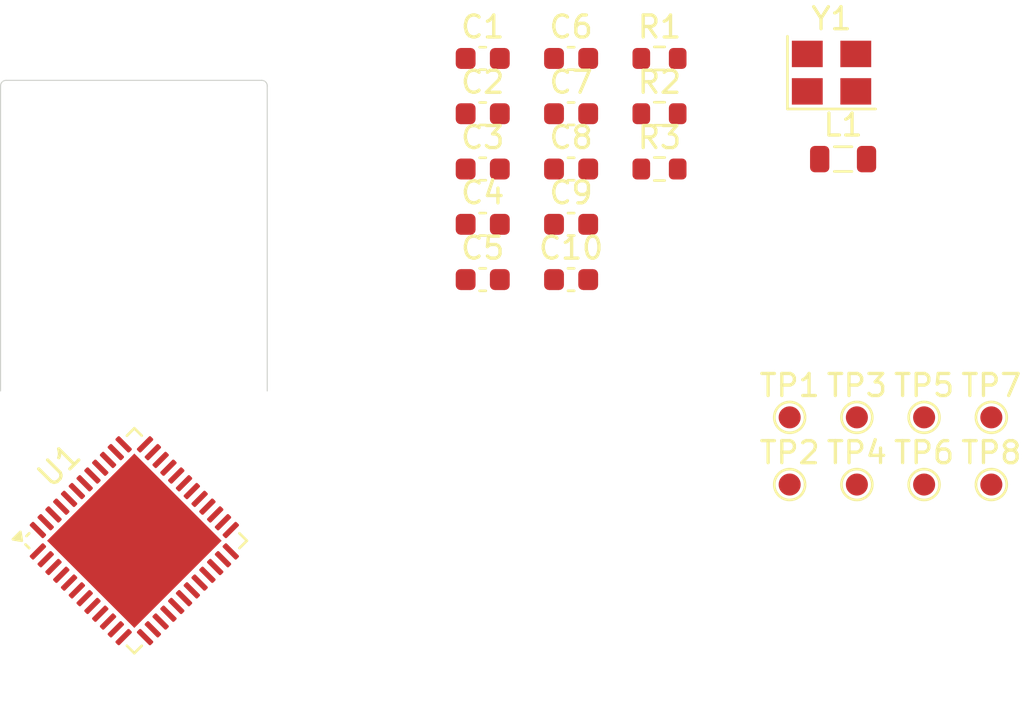
<source format=kicad_pcb>
(kicad_pcb (version 20240108) (generator "pcbnew") (generator_version "8.0")
  (layers (0 "F.Cu" signal) (1 "In1.Cu" signal) (2 "In2.Cu" signal) (31 "B.Cu" signal) (34 "B.Paste" user) (35 "F.Paste" user) (36 "B.SilkS" user "B.Silkscreen") (37 "F.SilkS" user "F.Silkscreen") (38 "B.Mask" user) (39 "F.Mask" user) (44 "Edge.Cuts" user))
  (net 0 "")
  (net 1 "Net-(U1-VCAP_1)")
  (net 2 "GND")
  (net 3 "+3.3V")
  (net 4 "+3.3VA")
  (net 5 "/NRST")
  (net 6 "/HSE_IN")
  (net 7 "Net-(C10-Pad1)")
  (net 8 "+3V3")
  (net 9 "/HSE_OUT")
  (net 10 "/BOOT0")
  (footprint "Crystal:Crystal_SMD_3225-4Pin_3.2x2.5mm" (layer "F.Cu") (at 137.45 49.65)
    (property "Reference" "Y1" (at 0 -2.45 0) (layer "F.SilkS"))
    (property "Value" "25MHz")
    (fp_line (start -2 -1.65) (end -2 1.65) (stroke (width 0.12)) (layer "F.SilkS"))
    (fp_line (start -2 1.65) (end 2 1.65) (stroke (width 0.12)) (layer "F.SilkS"))
    (pad "1" smd rect (at -1.1 0.85) (size 1.4 1.2) (layers "F.Cu" "F.Paste" "F.Mask") (net 6 "/HSE_IN"))
    (pad "2" smd rect (at 1.1 0.85) (size 1.4 1.2) (layers "F.Cu" "F.Paste" "F.Mask") (net 2 "GND"))
    (pad "3" smd rect (at 1.1 -0.85) (size 1.4 1.2) (layers "F.Cu" "F.Paste" "F.Mask") (net 7 "Net-(C10-Pad1)"))
    (pad "4" smd rect (at -1.1 -0.85) (size 1.4 1.2) (layers "F.Cu" "F.Paste" "F.Mask") (net 2 "GND"))
  )
  (footprint "Capacitor_SMD:C_0603_1608Metric" (layer "F.Cu") (at 125.635 54.025)
    (property "Reference" "C8" (at 0 -1.43 0) (layer "F.SilkS"))
    (property "Value" "100n")
    (fp_line (start -0.14058 -0.51) (end 0.14058 -0.51) (stroke (width 0.12)) (layer "F.SilkS"))
    (fp_line (start -0.14058 0.51) (end 0.14058 0.51) (stroke (width 0.12)) (layer "F.SilkS"))
    (pad "1" smd roundrect (at -0.775 0) (size 0.9 0.95) (layers "F.Cu" "F.Paste" "F.Mask") (net 2 "GND"))
    (pad "2" smd roundrect (at 0.775 0) (size 0.9 0.95) (layers "F.Cu" "F.Paste" "F.Mask") (net 5 "/NRST"))
  )
  (footprint "Capacitor_SMD:C_0603_1608Metric" (layer "F.Cu") (at 121.625 59.045)
    (property "Reference" "C5" (at 0 -1.43 0) (layer "F.SilkS"))
    (property "Value" "100n")
    (fp_line (start -0.14058 -0.51) (end 0.14058 -0.51) (stroke (width 0.12)) (layer "F.SilkS"))
    (fp_line (start -0.14058 0.51) (end 0.14058 0.51) (stroke (width 0.12)) (layer "F.SilkS"))
    (pad "1" smd roundrect (at -0.775 0) (size 0.9 0.95) (layers "F.Cu" "F.Paste" "F.Mask") (net 3 "+3.3V"))
    (pad "2" smd roundrect (at 0.775 0) (size 0.9 0.95) (layers "F.Cu" "F.Paste" "F.Mask") (net 2 "GND"))
  )
  (footprint "Inductor_SMD:L_0805_2012Metric" (layer "F.Cu") (at 137.975 53.575)
    (property "Reference" "L1" (at 0 -1.55 0) (layer "F.SilkS"))
    (property "Value" "10u")
    (fp_line (start -0.399622 -0.56) (end 0.399622 -0.56) (stroke (width 0.12)) (layer "F.SilkS"))
    (fp_line (start -0.399622 0.56) (end 0.399622 0.56) (stroke (width 0.12)) (layer "F.SilkS"))
    (pad "1" smd roundrect (at -1.0625 0) (size 0.875 1.2) (layers "F.Cu" "F.Paste" "F.Mask") (net 3 "+3.3V"))
    (pad "2" smd roundrect (at 1.0625 0) (size 0.875 1.2) (layers "F.Cu" "F.Paste" "F.Mask") (net 4 "+3.3VA"))
  )
  (footprint "TestPoint:TestPoint_Pad_D1.0mm" (layer "F.Cu") (at 141.65 68.35)
    (property "Reference" "TP6" (at 0 -1.448 0) (layer "F.SilkS"))
    (property "Value" "~")
    (fp_circle (center 0 0) (end 0 0.7) (stroke (width 0.12)) (fill none) (layer "F.SilkS"))
    (pad "1" smd circle (at 0 0) (size 1 1) (layers "F.Cu" "F.Mask"))
  )
  (footprint "TestPoint:TestPoint_Pad_D1.0mm" (layer "F.Cu") (at 141.65 65.3)
    (property "Reference" "TP5" (at 0 -1.448 0) (layer "F.SilkS"))
    (property "Value" "~")
    (fp_circle (center 0 0) (end 0 0.7) (stroke (width 0.12)) (fill none) (layer "F.SilkS"))
    (pad "1" smd circle (at 0 0) (size 1 1) (layers "F.Cu" "F.Mask"))
  )
  (footprint "Package_DFN_QFN:QFN-48-1EP_7x7mm_P0.5mm_EP5.6x5.6mm" (layer "F.Cu") (at 105.819848 70.9 45)
    (property "Reference" "U1" (at 0 -4.83 45) (layer "F.SilkS"))
    (property "Value" "STM32F412CEUx")
    (fp_line (start -3.135 -3.61) (end -3.31 -3.61) (stroke (width 0.12)) (layer "F.SilkS"))
    (fp_line (start -3.61 -3.135) (end -3.61 -3.37) (stroke (width 0.12)) (layer "F.SilkS"))
    (fp_line (start 3.135 -3.61) (end 3.61 -3.61) (stroke (width 0.12)) (layer "F.SilkS"))
    (fp_line (start 3.61 -3.61) (end 3.61 -3.135) (stroke (width 0.12)) (layer "F.SilkS"))
    (fp_line (start -3.61 3.61) (end -3.61 3.135) (stroke (width 0.12)) (layer "F.SilkS"))
    (fp_line (start -3.135 3.61) (end -3.61 3.61) (stroke (width 0.12)) (layer "F.SilkS"))
    (fp_line (start 3.135 3.61) (end 3.61 3.61) (stroke (width 0.12)) (layer "F.SilkS"))
    (fp_line (start 3.61 3.61) (end 3.61 3.135) (stroke (width 0.12)) (layer "F.SilkS"))
    (fp_poly (pts (xy -3.61 -3.61) (xy -3.85 -3.94) (xy -3.37 -3.94) (xy -3.61 -3.61)) (stroke (width 0.12)) (fill solid) (layer "F.SilkS"))
    (pad "1" smd roundrect (at -3.4375 -2.75 45) (size 0.875 0.25) (layers "F.Cu" "F.Paste" "F.Mask") (net 3 "+3.3V"))
    (pad "2" smd roundrect (at -3.4375 -2.25 45) (size 0.875 0.25) (layers "F.Cu" "F.Paste" "F.Mask"))
    (pad "3" smd roundrect (at -3.4375 -1.749999 45) (size 0.875 0.25) (layers "F.Cu" "F.Paste" "F.Mask"))
    (pad "4" smd roundrect (at -3.4375 -1.25 45) (size 0.875 0.25) (layers "F.Cu" "F.Paste" "F.Mask"))
    (pad "5" smd roundrect (at -3.4375 -0.750001 45) (size 0.875 0.25) (layers "F.Cu" "F.Paste" "F.Mask") (net 6 "/HSE_IN"))
    (pad "6" smd roundrect (at -3.4375 -0.25 45) (size 0.875 0.25) (layers "F.Cu" "F.Paste" "F.Mask") (net 9 "/HSE_OUT"))
    (pad "7" smd roundrect (at -3.4375 0.25 45) (size 0.875 0.25) (layers "F.Cu" "F.Paste" "F.Mask") (net 5 "/NRST"))
    (pad "8" smd roundrect (at -3.4375 0.750001 45) (size 0.875 0.25) (layers "F.Cu" "F.Paste" "F.Mask") (net 2 "GND"))
    (pad "9" smd roundrect (at -3.4375 1.25 45) (size 0.875 0.25) (layers "F.Cu" "F.Paste" "F.Mask") (net 4 "+3.3VA"))
    (pad "10" smd roundrect (at -3.4375 1.749999 45) (size 0.875 0.25) (layers "F.Cu" "F.Paste" "F.Mask"))
    (pad "11" smd roundrect (at -3.4375 2.25 45) (size 0.875 0.25) (layers "F.Cu" "F.Paste" "F.Mask"))
    (pad "12" smd roundrect (at -3.4375 2.75 45) (size 0.875 0.25) (layers "F.Cu" "F.Paste" "F.Mask"))
    (pad "13" smd roundrect (at -2.75 3.4375 45) (size 0.25 0.875) (layers "F.Cu" "F.Paste" "F.Mask"))
    (pad "14" smd roundrect (at -2.25 3.4375 45) (size 0.25 0.875) (layers "F.Cu" "F.Paste" "F.Mask"))
    (pad "15" smd roundrect (at -1.749999 3.4375 45) (size 0.25 0.875) (layers "F.Cu" "F.Paste" "F.Mask"))
    (pad "16" smd roundrect (at -1.25 3.4375 45) (size 0.25 0.875) (layers "F.Cu" "F.Paste" "F.Mask"))
    (pad "17" smd roundrect (at -0.750001 3.4375 45) (size 0.25 0.875) (layers "F.Cu" "F.Paste" "F.Mask"))
    (pad "18" smd roundrect (at -0.25 3.4375 45) (size 0.25 0.875) (layers "F.Cu" "F.Paste" "F.Mask"))
    (pad "19" smd roundrect (at 0.25 3.4375 45) (size 0.25 0.875) (layers "F.Cu" "F.Paste" "F.Mask"))
    (pad "20" smd roundrect (at 0.750001 3.4375 45) (size 0.25 0.875) (layers "F.Cu" "F.Paste" "F.Mask"))
    (pad "21" smd roundrect (at 1.25 3.4375 45) (size 0.25 0.875) (layers "F.Cu" "F.Paste" "F.Mask"))
    (pad "22" smd roundrect (at 1.749999 3.4375 45) (size 0.25 0.875) (layers "F.Cu" "F.Paste" "F.Mask") (net 1 "Net-(U1-VCAP_1)"))
    (pad "23" smd roundrect (at 2.25 3.4375 45) (size 0.25 0.875) (layers "F.Cu" "F.Paste" "F.Mask") (net 2 "GND"))
    (pad "24" smd roundrect (at 2.75 3.4375 45) (size 0.25 0.875) (layers "F.Cu" "F.Paste" "F.Mask") (net 3 "+3.3V"))
    (pad "25" smd roundrect (at 3.4375 2.75 45) (size 0.875 0.25) (layers "F.Cu" "F.Paste" "F.Mask"))
    (pad "26" smd roundrect (at 3.4375 2.25 45) (size 0.875 0.25) (layers "F.Cu" "F.Paste" "F.Mask"))
    (pad "27" smd roundrect (at 3.4375 1.749999 45) (size 0.875 0.25) (layers "F.Cu" "F.Paste" "F.Mask"))
    (pad "28" smd roundrect (at 3.4375 1.25 45) (size 0.875 0.25) (layers "F.Cu" "F.Paste" "F.Mask"))
    (pad "29" smd roundrect (at 3.4375 0.750001 45) (size 0.875 0.25) (layers "F.Cu" "F.Paste" "F.Mask"))
    (pad "30" smd roundrect (at 3.4375 0.25 45) (size 0.875 0.25) (layers "F.Cu" "F.Paste" "F.Mask"))
    (pad "31" smd roundrect (at 3.4375 -0.25 45) (size 0.875 0.25) (layers "F.Cu" "F.Paste" "F.Mask"))
    (pad "32" smd roundrect (at 3.4375 -0.750001 45) (size 0.875 0.25) (layers "F.Cu" "F.Paste" "F.Mask"))
    (pad "33" smd roundrect (at 3.4375 -1.25 45) (size 0.875 0.25) (layers "F.Cu" "F.Paste" "F.Mask"))
    (pad "34" smd roundrect (at 3.4375 -1.749999 45) (size 0.875 0.25) (layers "F.Cu" "F.Paste" "F.Mask"))
    (pad "35" smd roundrect (at 3.4375 -2.25 45) (size 0.875 0.25) (layers "F.Cu" "F.Paste" "F.Mask") (net 2 "GND"))
    (pad "36" smd roundrect (at 3.4375 -2.75 45) (size 0.875 0.25) (layers "F.Cu" "F.Paste" "F.Mask") (net 3 "+3.3V"))
    (pad "37" smd roundrect (at 2.75 -3.4375 45) (size 0.25 0.875) (layers "F.Cu" "F.Paste" "F.Mask"))
    (pad "38" smd roundrect (at 2.25 -3.4375 45) (size 0.25 0.875) (layers "F.Cu" "F.Paste" "F.Mask"))
    (pad "39" smd roundrect (at 1.749999 -3.4375 45) (size 0.25 0.875) (layers "F.Cu" "F.Paste" "F.Mask"))
    (pad "40" smd roundrect (at 1.25 -3.4375 45) (size 0.25 0.875) (layers "F.Cu" "F.Paste" "F.Mask"))
    (pad "41" smd roundrect (at 0.750001 -3.4375 45) (size 0.25 0.875) (layers "F.Cu" "F.Paste" "F.Mask"))
    (pad "42" smd roundrect (at 0.25 -3.4375 45) (size 0.25 0.875) (layers "F.Cu" "F.Paste" "F.Mask"))
    (pad "43" smd roundrect (at -0.25 -3.4375 45) (size 0.25 0.875) (layers "F.Cu" "F.Paste" "F.Mask"))
    (pad "44" smd roundrect (at -0.750001 -3.4375 45) (size 0.25 0.875) (layers "F.Cu" "F.Paste" "F.Mask") (net 10 "/BOOT0"))
    (pad "45" smd roundrect (at -1.25 -3.4375 45) (size 0.25 0.875) (layers "F.Cu" "F.Paste" "F.Mask"))
    (pad "46" smd roundrect (at -1.749999 -3.4375 45) (size 0.25 0.875) (layers "F.Cu" "F.Paste" "F.Mask"))
    (pad "47" smd roundrect (at -2.25 -3.4375 45) (size 0.25 0.875) (layers "F.Cu" "F.Paste" "F.Mask") (net 2 "GND"))
    (pad "48" smd roundrect (at -2.75 -3.4375 45) (size 0.25 0.875) (layers "F.Cu" "F.Paste" "F.Mask") (net 3 "+3.3V"))
    (pad "49" smd rect (at 0 0 45) (size 5.6 5.6) (property pad_prop_heatsink) (layers "F.Cu" "F.Mask") (net 2 "GND"))
  )
  (footprint "Capacitor_SMD:C_0603_1608Metric" (layer "F.Cu") (at 121.625 56.535)
    (property "Reference" "C4" (at 0 -1.43 0) (layer "F.SilkS"))
    (property "Value" "100n")
    (fp_line (start -0.14058 -0.51) (end 0.14058 -0.51) (stroke (width 0.12)) (layer "F.SilkS"))
    (fp_line (start -0.14058 0.51) (end 0.14058 0.51) (stroke (width 0.12)) (layer "F.SilkS"))
    (pad "1" smd roundrect (at -0.775 0) (size 0.9 0.95) (layers "F.Cu" "F.Paste" "F.Mask") (net 3 "+3.3V"))
    (pad "2" smd roundrect (at 0.775 0) (size 0.9 0.95) (layers "F.Cu" "F.Paste" "F.Mask") (net 2 "GND"))
  )
  (footprint "Capacitor_SMD:C_0603_1608Metric" (layer "F.Cu") (at 125.635 59.045)
    (property "Reference" "C10" (at 0 -1.43 0) (layer "F.SilkS"))
    (property "Value" "12p")
    (fp_line (start -0.14058 -0.51) (end 0.14058 -0.51) (stroke (width 0.12)) (layer "F.SilkS"))
    (fp_line (start -0.14058 0.51) (end 0.14058 0.51) (stroke (width 0.12)) (layer "F.SilkS"))
    (pad "1" smd roundrect (at -0.775 0) (size 0.9 0.95) (layers "F.Cu" "F.Paste" "F.Mask") (net 7 "Net-(C10-Pad1)"))
    (pad "2" smd roundrect (at 0.775 0) (size 0.9 0.95) (layers "F.Cu" "F.Paste" "F.Mask") (net 2 "GND"))
  )
  (footprint "Capacitor_SMD:C_0603_1608Metric" (layer "F.Cu") (at 125.635 56.535)
    (property "Reference" "C9" (at 0 -1.43 0) (layer "F.SilkS"))
    (property "Value" "12p")
    (fp_line (start -0.14058 -0.51) (end 0.14058 -0.51) (stroke (width 0.12)) (layer "F.SilkS"))
    (fp_line (start -0.14058 0.51) (end 0.14058 0.51) (stroke (width 0.12)) (layer "F.SilkS"))
    (pad "1" smd roundrect (at -0.775 0) (size 0.9 0.95) (layers "F.Cu" "F.Paste" "F.Mask") (net 6 "/HSE_IN"))
    (pad "2" smd roundrect (at 0.775 0) (size 0.9 0.95) (layers "F.Cu" "F.Paste" "F.Mask") (net 2 "GND"))
  )
  (footprint "Resistor_SMD:R_0603_1608Metric" (layer "F.Cu") (at 129.645 54.025)
    (property "Reference" "R3" (at 0 -1.43 0) (layer "F.SilkS"))
    (property "Value" "10k")
    (fp_line (start -0.237258 -0.5225) (end 0.237258 -0.5225) (stroke (width 0.12)) (layer "F.SilkS"))
    (fp_line (start -0.237258 0.5225) (end 0.237258 0.5225) (stroke (width 0.12)) (layer "F.SilkS"))
    (pad "1" smd roundrect (at -0.825 0) (size 0.8 0.95) (layers "F.Cu" "F.Paste" "F.Mask") (net 10 "/BOOT0"))
    (pad "2" smd roundrect (at 0.825 0) (size 0.8 0.95) (layers "F.Cu" "F.Paste" "F.Mask") (net 2 "GND"))
  )
  (footprint "TestPoint:TestPoint_Pad_D1.0mm" (layer "F.Cu") (at 144.7 65.3)
    (property "Reference" "TP7" (at 0 -1.448 0) (layer "F.SilkS"))
    (property "Value" "~")
    (fp_circle (center 0 0) (end 0 0.7) (stroke (width 0.12)) (fill none) (layer "F.SilkS"))
    (pad "1" smd circle (at 0 0) (size 1 1) (layers "F.Cu" "F.Mask"))
  )
  (footprint "TestPoint:TestPoint_Pad_D1.0mm" (layer "F.Cu") (at 138.6 68.35)
    (property "Reference" "TP4" (at 0 -1.448 0) (layer "F.SilkS"))
    (property "Value" "~")
    (fp_circle (center 0 0) (end 0 0.7) (stroke (width 0.12)) (fill none) (layer "F.SilkS"))
    (pad "1" smd circle (at 0 0) (size 1 1) (layers "F.Cu" "F.Mask") (net 2 "GND"))
  )
  (footprint "TestPoint:TestPoint_Pad_D1.0mm" (layer "F.Cu") (at 135.55 68.35)
    (property "Reference" "TP2" (at 0 -1.448 0) (layer "F.SilkS"))
    (property "Value" "~")
    (fp_circle (center 0 0) (end 0 0.7) (stroke (width 0.12)) (fill none) (layer "F.SilkS"))
    (pad "1" smd circle (at 0 0) (size 1 1) (layers "F.Cu" "F.Mask") (net 8 "+3V3"))
  )
  (footprint "Capacitor_SMD:C_0603_1608Metric" (layer "F.Cu") (at 121.625 49.005)
    (property "Reference" "C1" (at 0 -1.43 0) (layer "F.SilkS"))
    (property "Value" "2u2")
    (fp_line (start -0.14058 -0.51) (end 0.14058 -0.51) (stroke (width 0.12)) (layer "F.SilkS"))
    (fp_line (start -0.14058 0.51) (end 0.14058 0.51) (stroke (width 0.12)) (layer "F.SilkS"))
    (pad "1" smd roundrect (at -0.775 0) (size 0.9 0.95) (layers "F.Cu" "F.Paste" "F.Mask") (net 1 "Net-(U1-VCAP_1)"))
    (pad "2" smd roundrect (at 0.775 0) (size 0.9 0.95) (layers "F.Cu" "F.Paste" "F.Mask") (net 2 "GND"))
  )
  (footprint "Resistor_SMD:R_0603_1608Metric" (layer "F.Cu") (at 129.645 49.005)
    (property "Reference" "R1" (at 0 -1.43 0) (layer "F.SilkS"))
    (property "Value" "10k")
    (fp_line (start -0.237258 -0.5225) (end 0.237258 -0.5225) (stroke (width 0.12)) (layer "F.SilkS"))
    (fp_line (start -0.237258 0.5225) (end 0.237258 0.5225) (stroke (width 0.12)) (layer "F.SilkS"))
    (pad "1" smd roundrect (at -0.825 0) (size 0.8 0.95) (layers "F.Cu" "F.Paste" "F.Mask") (net 8 "+3V3"))
    (pad "2" smd roundrect (at 0.825 0) (size 0.8 0.95) (layers "F.Cu" "F.Paste" "F.Mask") (net 5 "/NRST"))
  )
  (footprint "Capacitor_SMD:C_0603_1608Metric" (layer "F.Cu") (at 125.635 49.005)
    (property "Reference" "C6" (at 0 -1.43 0) (layer "F.SilkS"))
    (property "Value" "4u7")
    (fp_line (start -0.14058 -0.51) (end 0.14058 -0.51) (stroke (width 0.12)) (layer "F.SilkS"))
    (fp_line (start -0.14058 0.51) (end 0.14058 0.51) (stroke (width 0.12)) (layer "F.SilkS"))
    (pad "1" smd roundrect (at -0.775 0) (size 0.9 0.95) (layers "F.Cu" "F.Paste" "F.Mask") (net 3 "+3.3V"))
    (pad "2" smd roundrect (at 0.775 0) (size 0.9 0.95) (layers "F.Cu" "F.Paste" "F.Mask") (net 2 "GND"))
  )
  (footprint "Capacitor_SMD:C_0603_1608Metric" (layer "F.Cu") (at 125.635 51.515)
    (property "Reference" "C7" (at 0 -1.43 0) (layer "F.SilkS"))
    (property "Value" "100n")
    (fp_line (start -0.14058 -0.51) (end 0.14058 -0.51) (stroke (width 0.12)) (layer "F.SilkS"))
    (fp_line (start -0.14058 0.51) (end 0.14058 0.51) (stroke (width 0.12)) (layer "F.SilkS"))
    (pad "1" smd roundrect (at -0.775 0) (size 0.9 0.95) (layers "F.Cu" "F.Paste" "F.Mask") (net 4 "+3.3VA"))
    (pad "2" smd roundrect (at 0.775 0) (size 0.9 0.95) (layers "F.Cu" "F.Paste" "F.Mask") (net 2 "GND"))
  )
  (footprint "TestPoint:TestPoint_Pad_D1.0mm" (layer "F.Cu") (at 135.55 65.3)
    (property "Reference" "TP1" (at 0 -1.448 0) (layer "F.SilkS"))
    (property "Value" "~")
    (fp_circle (center 0 0) (end 0 0.7) (stroke (width 0.12)) (fill none) (layer "F.SilkS"))
    (pad "1" smd circle (at 0 0) (size 1 1) (layers "F.Cu" "F.Mask") (net 10 "/BOOT0"))
  )
  (footprint "TestPoint:TestPoint_Pad_D1.0mm" (layer "F.Cu") (at 138.6 65.3)
    (property "Reference" "TP3" (at 0 -1.448 0) (layer "F.SilkS"))
    (property "Value" "~")
    (fp_circle (center 0 0) (end 0 0.7) (stroke (width 0.12)) (fill none) (layer "F.SilkS"))
    (pad "1" smd circle (at 0 0) (size 1 1) (layers "F.Cu" "F.Mask") (net 5 "/NRST"))
  )
  (footprint "Capacitor_SMD:C_0603_1608Metric" (layer "F.Cu") (at 121.625 51.515)
    (property "Reference" "C2" (at 0 -1.43 0) (layer "F.SilkS"))
    (property "Value" "100n")
    (fp_line (start -0.14058 -0.51) (end 0.14058 -0.51) (stroke (width 0.12)) (layer "F.SilkS"))
    (fp_line (start -0.14058 0.51) (end 0.14058 0.51) (stroke (width 0.12)) (layer "F.SilkS"))
    (pad "1" smd roundrect (at -0.775 0) (size 0.9 0.95) (layers "F.Cu" "F.Paste" "F.Mask") (net 3 "+3.3V"))
    (pad "2" smd roundrect (at 0.775 0) (size 0.9 0.95) (layers "F.Cu" "F.Paste" "F.Mask") (net 2 "GND"))
  )
  (footprint "Resistor_SMD:R_0603_1608Metric" (layer "F.Cu") (at 129.645 51.515)
    (property "Reference" "R2" (at 0 -1.43 0) (layer "F.SilkS"))
    (property "Value" "47")
    (fp_line (start -0.237258 -0.5225) (end 0.237258 -0.5225) (stroke (width 0.12)) (layer "F.SilkS"))
    (fp_line (start -0.237258 0.5225) (end 0.237258 0.5225) (stroke (width 0.12)) (layer "F.SilkS"))
    (pad "1" smd roundrect (at -0.825 0) (size 0.8 0.95) (layers "F.Cu" "F.Paste" "F.Mask") (net 9 "/HSE_OUT"))
    (pad "2" smd roundrect (at 0.825 0) (size 0.8 0.95) (layers "F.Cu" "F.Paste" "F.Mask") (net 7 "Net-(C10-Pad1)"))
  )
  (footprint "Capacitor_SMD:C_0603_1608Metric" (layer "F.Cu") (at 121.625 54.025)
    (property "Reference" "C3" (at 0 -1.43 0) (layer "F.SilkS"))
    (property "Value" "100n")
    (fp_line (start -0.14058 -0.51) (end 0.14058 -0.51) (stroke (width 0.12)) (layer "F.SilkS"))
    (fp_line (start -0.14058 0.51) (end 0.14058 0.51) (stroke (width 0.12)) (layer "F.SilkS"))
    (pad "1" smd roundrect (at -0.775 0) (size 0.9 0.95) (layers "F.Cu" "F.Paste" "F.Mask") (net 3 "+3.3V"))
    (pad "2" smd roundrect (at 0.775 0) (size 0.9 0.95) (layers "F.Cu" "F.Paste" "F.Mask") (net 2 "GND"))
  )
  (footprint "TestPoint:TestPoint_Pad_D1.0mm" (layer "F.Cu") (at 144.7 68.35)
    (property "Reference" "TP8" (at 0 -1.448 0) (layer "F.SilkS"))
    (property "Value" "~")
    (fp_circle (center 0 0) (end 0 0.7) (stroke (width 0.12)) (fill none) (layer "F.SilkS"))
    (pad "1" smd circle (at 0 0) (size 1 1) (layers "F.Cu" "F.Mask"))
  )
  (gr_arc (start 111.6 50) (mid 111.776777 50.073223) (end 111.85 50.25) (stroke (width 0.05)) (layer "Edge.Cuts"))
  (gr_line (start 100 50) (end 111.6 50) (stroke (width 0.05)) (layer "Edge.Cuts"))
  (gr_line (start 99.75 50.25) (end 99.75 64.1) (stroke (width 0.05)) (layer "Edge.Cuts"))
  (gr_line (start 111.85 50.25) (end 111.85 64.1) (stroke (width 0.05)) (layer "Edge.Cuts"))
  (gr_arc (start 99.75 50.25) (mid 99.823223 50.073223) (end 100 50) (stroke (width 0.05)) (layer "Edge.Cuts"))
)
</source>
